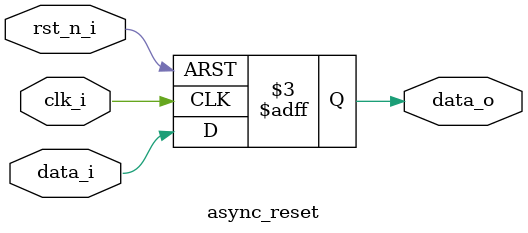
<source format=v>

module async_reset(
  input      clk_i,
  input      rst_n_i,
  input      data_i,
  output reg data_o
);

  always@(posedge clk_i, negedge rst_n_i) begin
    if (!rst_n_i) begin
	  data_o <= 1'b0;
	end else begin
	  data_o <= data_i;
	end
  end
  
endmodule

</source>
